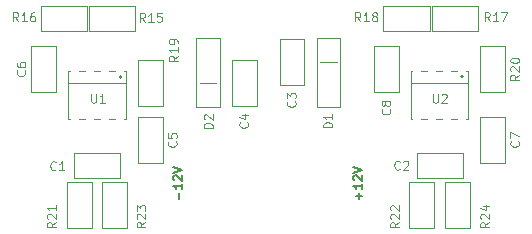
<source format=gto>
G04 #@! TF.GenerationSoftware,KiCad,Pcbnew,(5.1.8)-1*
G04 #@! TF.CreationDate,2021-08-08T18:19:28-04:00*
G04 #@! TF.ProjectId,nearless_back_pcb,6e656172-6c65-4737-935f-6261636b5f70,rev?*
G04 #@! TF.SameCoordinates,Original*
G04 #@! TF.FileFunction,Legend,Top*
G04 #@! TF.FilePolarity,Positive*
%FSLAX46Y46*%
G04 Gerber Fmt 4.6, Leading zero omitted, Abs format (unit mm)*
G04 Created by KiCad (PCBNEW (5.1.8)-1) date 2021-08-08 18:19:28*
%MOMM*%
%LPD*%
G01*
G04 APERTURE LIST*
%ADD10C,0.150000*%
%ADD11C,0.100000*%
%ADD12R,1.500000X1.300000*%
%ADD13R,1.300000X1.500000*%
%ADD14C,1.727200*%
%ADD15R,0.650000X2.000000*%
%ADD16R,1.400000X1.400000*%
G04 APERTURE END LIST*
D10*
X138984853Y-47470000D02*
G75*
G03*
X138984853Y-47470000I-84853J0D01*
G01*
X110084853Y-47470000D02*
G75*
G03*
X110084853Y-47470000I-84853J0D01*
G01*
D11*
X137450000Y-56350000D02*
X139550000Y-56350000D01*
X137450000Y-60250000D02*
X137450000Y-56350000D01*
X139550000Y-60250000D02*
X137450000Y-60250000D01*
X139550000Y-56350000D02*
X139550000Y-60250000D01*
X108450000Y-56350000D02*
X110550000Y-56350000D01*
X108450000Y-60250000D02*
X108450000Y-56350000D01*
X110550000Y-60250000D02*
X108450000Y-60250000D01*
X110550000Y-56350000D02*
X110550000Y-60250000D01*
X134450000Y-56350000D02*
X136550000Y-56350000D01*
X134450000Y-60250000D02*
X134450000Y-56350000D01*
X136550000Y-60250000D02*
X134450000Y-60250000D01*
X136550000Y-56350000D02*
X136550000Y-60250000D01*
X105450000Y-56350000D02*
X107550000Y-56350000D01*
X105450000Y-60250000D02*
X105450000Y-56350000D01*
X107550000Y-60250000D02*
X105450000Y-60250000D01*
X107550000Y-56350000D02*
X107550000Y-60250000D01*
X140450000Y-44850000D02*
X142550000Y-44850000D01*
X140450000Y-48750000D02*
X140450000Y-44850000D01*
X142550000Y-48750000D02*
X140450000Y-48750000D01*
X142550000Y-44850000D02*
X142550000Y-48750000D01*
X111450000Y-46050000D02*
X113550000Y-46050000D01*
X111450000Y-49950000D02*
X111450000Y-46050000D01*
X113550000Y-49950000D02*
X111450000Y-49950000D01*
X113550000Y-46050000D02*
X113550000Y-49950000D01*
X136150000Y-41450000D02*
X136150000Y-43550000D01*
X132250000Y-41450000D02*
X136150000Y-41450000D01*
X132250000Y-43550000D02*
X132250000Y-41450000D01*
X136150000Y-43550000D02*
X132250000Y-43550000D01*
X136350000Y-43550000D02*
X136350000Y-41450000D01*
X140250000Y-43550000D02*
X136350000Y-43550000D01*
X140250000Y-41450000D02*
X140250000Y-43550000D01*
X136350000Y-41450000D02*
X140250000Y-41450000D01*
X107150000Y-41450000D02*
X107150000Y-43550000D01*
X103250000Y-41450000D02*
X107150000Y-41450000D01*
X103250000Y-43550000D02*
X103250000Y-41450000D01*
X107150000Y-43550000D02*
X103250000Y-43550000D01*
X107350000Y-43550000D02*
X107350000Y-41450000D01*
X111250000Y-43550000D02*
X107350000Y-43550000D01*
X111250000Y-41450000D02*
X111250000Y-43550000D01*
X107350000Y-41450000D02*
X111250000Y-41450000D01*
X133550000Y-48750000D02*
X131450000Y-48750000D01*
X133550000Y-44850000D02*
X133550000Y-48750000D01*
X131450000Y-44850000D02*
X133550000Y-44850000D01*
X131450000Y-48750000D02*
X131450000Y-44850000D01*
X140450000Y-50850000D02*
X142550000Y-50850000D01*
X140450000Y-54750000D02*
X140450000Y-50850000D01*
X142550000Y-54750000D02*
X140450000Y-54750000D01*
X142550000Y-50850000D02*
X142550000Y-54750000D01*
X104550000Y-48750000D02*
X102450000Y-48750000D01*
X104550000Y-44850000D02*
X104550000Y-48750000D01*
X102450000Y-44850000D02*
X104550000Y-44850000D01*
X102450000Y-48750000D02*
X102450000Y-44850000D01*
X111450000Y-50850000D02*
X113550000Y-50850000D01*
X111450000Y-54750000D02*
X111450000Y-50850000D01*
X113550000Y-54750000D02*
X111450000Y-54750000D01*
X113550000Y-50850000D02*
X113550000Y-54750000D01*
X135050000Y-56050000D02*
X135050000Y-53950000D01*
X138950000Y-56050000D02*
X135050000Y-56050000D01*
X138950000Y-53950000D02*
X138950000Y-56050000D01*
X135050000Y-53950000D02*
X138950000Y-53950000D01*
X106050000Y-56050000D02*
X106050000Y-53950000D01*
X109950000Y-56050000D02*
X106050000Y-56050000D01*
X109950000Y-53950000D02*
X109950000Y-56050000D01*
X106050000Y-53950000D02*
X109950000Y-53950000D01*
X139450000Y-47000000D02*
X139450000Y-51000000D01*
X134550000Y-47000000D02*
X139450000Y-47000000D01*
X134550000Y-51000000D02*
X134550000Y-47000000D01*
X139450000Y-51000000D02*
X134550000Y-51000000D01*
X134550000Y-48000000D02*
X139450000Y-48000000D01*
X110450000Y-47000000D02*
X110450000Y-51000000D01*
X105550000Y-47000000D02*
X110450000Y-47000000D01*
X105550000Y-51000000D02*
X105550000Y-47000000D01*
X110450000Y-51000000D02*
X105550000Y-51000000D01*
X105550000Y-48000000D02*
X110450000Y-48000000D01*
X118400000Y-49990000D02*
X116400000Y-49990000D01*
X118400000Y-44190000D02*
X118400000Y-49990000D01*
X116400000Y-44190000D02*
X118400000Y-44190000D01*
X116400000Y-49990000D02*
X116400000Y-44190000D01*
X116700000Y-47990000D02*
X118100000Y-47990000D01*
X126600000Y-44190000D02*
X128600000Y-44190000D01*
X126600000Y-49990000D02*
X126600000Y-44190000D01*
X128600000Y-49990000D02*
X126600000Y-49990000D01*
X128600000Y-44190000D02*
X128600000Y-49990000D01*
X128300000Y-46190000D02*
X126900000Y-46190000D01*
X121550000Y-49940000D02*
X119450000Y-49940000D01*
X121550000Y-46040000D02*
X121550000Y-49940000D01*
X119450000Y-46040000D02*
X121550000Y-46040000D01*
X119450000Y-49940000D02*
X119450000Y-46040000D01*
X123450000Y-44240000D02*
X125550000Y-44240000D01*
X123450000Y-48140000D02*
X123450000Y-44240000D01*
X125550000Y-48140000D02*
X123450000Y-48140000D01*
X125550000Y-44240000D02*
X125550000Y-48140000D01*
D10*
D11*
X141189285Y-59782142D02*
X140832142Y-60032142D01*
X141189285Y-60210714D02*
X140439285Y-60210714D01*
X140439285Y-59925000D01*
X140475000Y-59853571D01*
X140510714Y-59817857D01*
X140582142Y-59782142D01*
X140689285Y-59782142D01*
X140760714Y-59817857D01*
X140796428Y-59853571D01*
X140832142Y-59925000D01*
X140832142Y-60210714D01*
X140510714Y-59496428D02*
X140475000Y-59460714D01*
X140439285Y-59389285D01*
X140439285Y-59210714D01*
X140475000Y-59139285D01*
X140510714Y-59103571D01*
X140582142Y-59067857D01*
X140653571Y-59067857D01*
X140760714Y-59103571D01*
X141189285Y-59532142D01*
X141189285Y-59067857D01*
X140689285Y-58425000D02*
X141189285Y-58425000D01*
X140403571Y-58603571D02*
X140939285Y-58782142D01*
X140939285Y-58317857D01*
X112099285Y-59782142D02*
X111742142Y-60032142D01*
X112099285Y-60210714D02*
X111349285Y-60210714D01*
X111349285Y-59925000D01*
X111385000Y-59853571D01*
X111420714Y-59817857D01*
X111492142Y-59782142D01*
X111599285Y-59782142D01*
X111670714Y-59817857D01*
X111706428Y-59853571D01*
X111742142Y-59925000D01*
X111742142Y-60210714D01*
X111420714Y-59496428D02*
X111385000Y-59460714D01*
X111349285Y-59389285D01*
X111349285Y-59210714D01*
X111385000Y-59139285D01*
X111420714Y-59103571D01*
X111492142Y-59067857D01*
X111563571Y-59067857D01*
X111670714Y-59103571D01*
X112099285Y-59532142D01*
X112099285Y-59067857D01*
X111349285Y-58817857D02*
X111349285Y-58353571D01*
X111635000Y-58603571D01*
X111635000Y-58496428D01*
X111670714Y-58425000D01*
X111706428Y-58389285D01*
X111777857Y-58353571D01*
X111956428Y-58353571D01*
X112027857Y-58389285D01*
X112063571Y-58425000D01*
X112099285Y-58496428D01*
X112099285Y-58710714D01*
X112063571Y-58782142D01*
X112027857Y-58817857D01*
X133569285Y-59782142D02*
X133212142Y-60032142D01*
X133569285Y-60210714D02*
X132819285Y-60210714D01*
X132819285Y-59925000D01*
X132855000Y-59853571D01*
X132890714Y-59817857D01*
X132962142Y-59782142D01*
X133069285Y-59782142D01*
X133140714Y-59817857D01*
X133176428Y-59853571D01*
X133212142Y-59925000D01*
X133212142Y-60210714D01*
X132890714Y-59496428D02*
X132855000Y-59460714D01*
X132819285Y-59389285D01*
X132819285Y-59210714D01*
X132855000Y-59139285D01*
X132890714Y-59103571D01*
X132962142Y-59067857D01*
X133033571Y-59067857D01*
X133140714Y-59103571D01*
X133569285Y-59532142D01*
X133569285Y-59067857D01*
X132890714Y-58782142D02*
X132855000Y-58746428D01*
X132819285Y-58675000D01*
X132819285Y-58496428D01*
X132855000Y-58425000D01*
X132890714Y-58389285D01*
X132962142Y-58353571D01*
X133033571Y-58353571D01*
X133140714Y-58389285D01*
X133569285Y-58817857D01*
X133569285Y-58353571D01*
X104509285Y-59782142D02*
X104152142Y-60032142D01*
X104509285Y-60210714D02*
X103759285Y-60210714D01*
X103759285Y-59925000D01*
X103795000Y-59853571D01*
X103830714Y-59817857D01*
X103902142Y-59782142D01*
X104009285Y-59782142D01*
X104080714Y-59817857D01*
X104116428Y-59853571D01*
X104152142Y-59925000D01*
X104152142Y-60210714D01*
X103830714Y-59496428D02*
X103795000Y-59460714D01*
X103759285Y-59389285D01*
X103759285Y-59210714D01*
X103795000Y-59139285D01*
X103830714Y-59103571D01*
X103902142Y-59067857D01*
X103973571Y-59067857D01*
X104080714Y-59103571D01*
X104509285Y-59532142D01*
X104509285Y-59067857D01*
X104509285Y-58353571D02*
X104509285Y-58782142D01*
X104509285Y-58567857D02*
X103759285Y-58567857D01*
X103866428Y-58639285D01*
X103937857Y-58710714D01*
X103973571Y-58782142D01*
X143744285Y-47282142D02*
X143387142Y-47532142D01*
X143744285Y-47710714D02*
X142994285Y-47710714D01*
X142994285Y-47425000D01*
X143030000Y-47353571D01*
X143065714Y-47317857D01*
X143137142Y-47282142D01*
X143244285Y-47282142D01*
X143315714Y-47317857D01*
X143351428Y-47353571D01*
X143387142Y-47425000D01*
X143387142Y-47710714D01*
X143065714Y-46996428D02*
X143030000Y-46960714D01*
X142994285Y-46889285D01*
X142994285Y-46710714D01*
X143030000Y-46639285D01*
X143065714Y-46603571D01*
X143137142Y-46567857D01*
X143208571Y-46567857D01*
X143315714Y-46603571D01*
X143744285Y-47032142D01*
X143744285Y-46567857D01*
X142994285Y-46103571D02*
X142994285Y-46032142D01*
X143030000Y-45960714D01*
X143065714Y-45925000D01*
X143137142Y-45889285D01*
X143280000Y-45853571D01*
X143458571Y-45853571D01*
X143601428Y-45889285D01*
X143672857Y-45925000D01*
X143708571Y-45960714D01*
X143744285Y-46032142D01*
X143744285Y-46103571D01*
X143708571Y-46175000D01*
X143672857Y-46210714D01*
X143601428Y-46246428D01*
X143458571Y-46282142D01*
X143280000Y-46282142D01*
X143137142Y-46246428D01*
X143065714Y-46210714D01*
X143030000Y-46175000D01*
X142994285Y-46103571D01*
X114839285Y-45682142D02*
X114482142Y-45932142D01*
X114839285Y-46110714D02*
X114089285Y-46110714D01*
X114089285Y-45825000D01*
X114125000Y-45753571D01*
X114160714Y-45717857D01*
X114232142Y-45682142D01*
X114339285Y-45682142D01*
X114410714Y-45717857D01*
X114446428Y-45753571D01*
X114482142Y-45825000D01*
X114482142Y-46110714D01*
X114839285Y-44967857D02*
X114839285Y-45396428D01*
X114839285Y-45182142D02*
X114089285Y-45182142D01*
X114196428Y-45253571D01*
X114267857Y-45325000D01*
X114303571Y-45396428D01*
X114839285Y-44610714D02*
X114839285Y-44467857D01*
X114803571Y-44396428D01*
X114767857Y-44360714D01*
X114660714Y-44289285D01*
X114517857Y-44253571D01*
X114232142Y-44253571D01*
X114160714Y-44289285D01*
X114125000Y-44325000D01*
X114089285Y-44396428D01*
X114089285Y-44539285D01*
X114125000Y-44610714D01*
X114160714Y-44646428D01*
X114232142Y-44682142D01*
X114410714Y-44682142D01*
X114482142Y-44646428D01*
X114517857Y-44610714D01*
X114553571Y-44539285D01*
X114553571Y-44396428D01*
X114517857Y-44325000D01*
X114482142Y-44289285D01*
X114410714Y-44253571D01*
X130297857Y-42769285D02*
X130047857Y-42412142D01*
X129869285Y-42769285D02*
X129869285Y-42019285D01*
X130155000Y-42019285D01*
X130226428Y-42055000D01*
X130262142Y-42090714D01*
X130297857Y-42162142D01*
X130297857Y-42269285D01*
X130262142Y-42340714D01*
X130226428Y-42376428D01*
X130155000Y-42412142D01*
X129869285Y-42412142D01*
X131012142Y-42769285D02*
X130583571Y-42769285D01*
X130797857Y-42769285D02*
X130797857Y-42019285D01*
X130726428Y-42126428D01*
X130655000Y-42197857D01*
X130583571Y-42233571D01*
X131440714Y-42340714D02*
X131369285Y-42305000D01*
X131333571Y-42269285D01*
X131297857Y-42197857D01*
X131297857Y-42162142D01*
X131333571Y-42090714D01*
X131369285Y-42055000D01*
X131440714Y-42019285D01*
X131583571Y-42019285D01*
X131655000Y-42055000D01*
X131690714Y-42090714D01*
X131726428Y-42162142D01*
X131726428Y-42197857D01*
X131690714Y-42269285D01*
X131655000Y-42305000D01*
X131583571Y-42340714D01*
X131440714Y-42340714D01*
X131369285Y-42376428D01*
X131333571Y-42412142D01*
X131297857Y-42483571D01*
X131297857Y-42626428D01*
X131333571Y-42697857D01*
X131369285Y-42733571D01*
X131440714Y-42769285D01*
X131583571Y-42769285D01*
X131655000Y-42733571D01*
X131690714Y-42697857D01*
X131726428Y-42626428D01*
X131726428Y-42483571D01*
X131690714Y-42412142D01*
X131655000Y-42376428D01*
X131583571Y-42340714D01*
X141257857Y-42769285D02*
X141007857Y-42412142D01*
X140829285Y-42769285D02*
X140829285Y-42019285D01*
X141115000Y-42019285D01*
X141186428Y-42055000D01*
X141222142Y-42090714D01*
X141257857Y-42162142D01*
X141257857Y-42269285D01*
X141222142Y-42340714D01*
X141186428Y-42376428D01*
X141115000Y-42412142D01*
X140829285Y-42412142D01*
X141972142Y-42769285D02*
X141543571Y-42769285D01*
X141757857Y-42769285D02*
X141757857Y-42019285D01*
X141686428Y-42126428D01*
X141615000Y-42197857D01*
X141543571Y-42233571D01*
X142222142Y-42019285D02*
X142722142Y-42019285D01*
X142400714Y-42769285D01*
X101337857Y-42769285D02*
X101087857Y-42412142D01*
X100909285Y-42769285D02*
X100909285Y-42019285D01*
X101195000Y-42019285D01*
X101266428Y-42055000D01*
X101302142Y-42090714D01*
X101337857Y-42162142D01*
X101337857Y-42269285D01*
X101302142Y-42340714D01*
X101266428Y-42376428D01*
X101195000Y-42412142D01*
X100909285Y-42412142D01*
X102052142Y-42769285D02*
X101623571Y-42769285D01*
X101837857Y-42769285D02*
X101837857Y-42019285D01*
X101766428Y-42126428D01*
X101695000Y-42197857D01*
X101623571Y-42233571D01*
X102695000Y-42019285D02*
X102552142Y-42019285D01*
X102480714Y-42055000D01*
X102445000Y-42090714D01*
X102373571Y-42197857D01*
X102337857Y-42340714D01*
X102337857Y-42626428D01*
X102373571Y-42697857D01*
X102409285Y-42733571D01*
X102480714Y-42769285D01*
X102623571Y-42769285D01*
X102695000Y-42733571D01*
X102730714Y-42697857D01*
X102766428Y-42626428D01*
X102766428Y-42447857D01*
X102730714Y-42376428D01*
X102695000Y-42340714D01*
X102623571Y-42305000D01*
X102480714Y-42305000D01*
X102409285Y-42340714D01*
X102373571Y-42376428D01*
X102337857Y-42447857D01*
X112067857Y-42809285D02*
X111817857Y-42452142D01*
X111639285Y-42809285D02*
X111639285Y-42059285D01*
X111925000Y-42059285D01*
X111996428Y-42095000D01*
X112032142Y-42130714D01*
X112067857Y-42202142D01*
X112067857Y-42309285D01*
X112032142Y-42380714D01*
X111996428Y-42416428D01*
X111925000Y-42452142D01*
X111639285Y-42452142D01*
X112782142Y-42809285D02*
X112353571Y-42809285D01*
X112567857Y-42809285D02*
X112567857Y-42059285D01*
X112496428Y-42166428D01*
X112425000Y-42237857D01*
X112353571Y-42273571D01*
X113460714Y-42059285D02*
X113103571Y-42059285D01*
X113067857Y-42416428D01*
X113103571Y-42380714D01*
X113175000Y-42345000D01*
X113353571Y-42345000D01*
X113425000Y-42380714D01*
X113460714Y-42416428D01*
X113496428Y-42487857D01*
X113496428Y-42666428D01*
X113460714Y-42737857D01*
X113425000Y-42773571D01*
X113353571Y-42809285D01*
X113175000Y-42809285D01*
X113103571Y-42773571D01*
X113067857Y-42737857D01*
X132767857Y-50185000D02*
X132803571Y-50220714D01*
X132839285Y-50327857D01*
X132839285Y-50399285D01*
X132803571Y-50506428D01*
X132732142Y-50577857D01*
X132660714Y-50613571D01*
X132517857Y-50649285D01*
X132410714Y-50649285D01*
X132267857Y-50613571D01*
X132196428Y-50577857D01*
X132125000Y-50506428D01*
X132089285Y-50399285D01*
X132089285Y-50327857D01*
X132125000Y-50220714D01*
X132160714Y-50185000D01*
X132410714Y-49756428D02*
X132375000Y-49827857D01*
X132339285Y-49863571D01*
X132267857Y-49899285D01*
X132232142Y-49899285D01*
X132160714Y-49863571D01*
X132125000Y-49827857D01*
X132089285Y-49756428D01*
X132089285Y-49613571D01*
X132125000Y-49542142D01*
X132160714Y-49506428D01*
X132232142Y-49470714D01*
X132267857Y-49470714D01*
X132339285Y-49506428D01*
X132375000Y-49542142D01*
X132410714Y-49613571D01*
X132410714Y-49756428D01*
X132446428Y-49827857D01*
X132482142Y-49863571D01*
X132553571Y-49899285D01*
X132696428Y-49899285D01*
X132767857Y-49863571D01*
X132803571Y-49827857D01*
X132839285Y-49756428D01*
X132839285Y-49613571D01*
X132803571Y-49542142D01*
X132767857Y-49506428D01*
X132696428Y-49470714D01*
X132553571Y-49470714D01*
X132482142Y-49506428D01*
X132446428Y-49542142D01*
X132410714Y-49613571D01*
X143672857Y-52925000D02*
X143708571Y-52960714D01*
X143744285Y-53067857D01*
X143744285Y-53139285D01*
X143708571Y-53246428D01*
X143637142Y-53317857D01*
X143565714Y-53353571D01*
X143422857Y-53389285D01*
X143315714Y-53389285D01*
X143172857Y-53353571D01*
X143101428Y-53317857D01*
X143030000Y-53246428D01*
X142994285Y-53139285D01*
X142994285Y-53067857D01*
X143030000Y-52960714D01*
X143065714Y-52925000D01*
X142994285Y-52675000D02*
X142994285Y-52175000D01*
X143744285Y-52496428D01*
X101862857Y-46925000D02*
X101898571Y-46960714D01*
X101934285Y-47067857D01*
X101934285Y-47139285D01*
X101898571Y-47246428D01*
X101827142Y-47317857D01*
X101755714Y-47353571D01*
X101612857Y-47389285D01*
X101505714Y-47389285D01*
X101362857Y-47353571D01*
X101291428Y-47317857D01*
X101220000Y-47246428D01*
X101184285Y-47139285D01*
X101184285Y-47067857D01*
X101220000Y-46960714D01*
X101255714Y-46925000D01*
X101184285Y-46282142D02*
X101184285Y-46425000D01*
X101220000Y-46496428D01*
X101255714Y-46532142D01*
X101362857Y-46603571D01*
X101505714Y-46639285D01*
X101791428Y-46639285D01*
X101862857Y-46603571D01*
X101898571Y-46567857D01*
X101934285Y-46496428D01*
X101934285Y-46353571D01*
X101898571Y-46282142D01*
X101862857Y-46246428D01*
X101791428Y-46210714D01*
X101612857Y-46210714D01*
X101541428Y-46246428D01*
X101505714Y-46282142D01*
X101470000Y-46353571D01*
X101470000Y-46496428D01*
X101505714Y-46567857D01*
X101541428Y-46603571D01*
X101612857Y-46639285D01*
X114672857Y-52925000D02*
X114708571Y-52960714D01*
X114744285Y-53067857D01*
X114744285Y-53139285D01*
X114708571Y-53246428D01*
X114637142Y-53317857D01*
X114565714Y-53353571D01*
X114422857Y-53389285D01*
X114315714Y-53389285D01*
X114172857Y-53353571D01*
X114101428Y-53317857D01*
X114030000Y-53246428D01*
X113994285Y-53139285D01*
X113994285Y-53067857D01*
X114030000Y-52960714D01*
X114065714Y-52925000D01*
X113994285Y-52246428D02*
X113994285Y-52603571D01*
X114351428Y-52639285D01*
X114315714Y-52603571D01*
X114280000Y-52532142D01*
X114280000Y-52353571D01*
X114315714Y-52282142D01*
X114351428Y-52246428D01*
X114422857Y-52210714D01*
X114601428Y-52210714D01*
X114672857Y-52246428D01*
X114708571Y-52282142D01*
X114744285Y-52353571D01*
X114744285Y-52532142D01*
X114708571Y-52603571D01*
X114672857Y-52639285D01*
X133645000Y-55247857D02*
X133609285Y-55283571D01*
X133502142Y-55319285D01*
X133430714Y-55319285D01*
X133323571Y-55283571D01*
X133252142Y-55212142D01*
X133216428Y-55140714D01*
X133180714Y-54997857D01*
X133180714Y-54890714D01*
X133216428Y-54747857D01*
X133252142Y-54676428D01*
X133323571Y-54605000D01*
X133430714Y-54569285D01*
X133502142Y-54569285D01*
X133609285Y-54605000D01*
X133645000Y-54640714D01*
X133930714Y-54640714D02*
X133966428Y-54605000D01*
X134037857Y-54569285D01*
X134216428Y-54569285D01*
X134287857Y-54605000D01*
X134323571Y-54640714D01*
X134359285Y-54712142D01*
X134359285Y-54783571D01*
X134323571Y-54890714D01*
X133895000Y-55319285D01*
X134359285Y-55319285D01*
X104515000Y-55307857D02*
X104479285Y-55343571D01*
X104372142Y-55379285D01*
X104300714Y-55379285D01*
X104193571Y-55343571D01*
X104122142Y-55272142D01*
X104086428Y-55200714D01*
X104050714Y-55057857D01*
X104050714Y-54950714D01*
X104086428Y-54807857D01*
X104122142Y-54736428D01*
X104193571Y-54665000D01*
X104300714Y-54629285D01*
X104372142Y-54629285D01*
X104479285Y-54665000D01*
X104515000Y-54700714D01*
X105229285Y-55379285D02*
X104800714Y-55379285D01*
X105015000Y-55379285D02*
X105015000Y-54629285D01*
X104943571Y-54736428D01*
X104872142Y-54807857D01*
X104800714Y-54843571D01*
D10*
X130173571Y-57831428D02*
X130173571Y-57260000D01*
X130459285Y-57545714D02*
X129887857Y-57545714D01*
X130459285Y-56510000D02*
X130459285Y-56938571D01*
X130459285Y-56724285D02*
X129709285Y-56724285D01*
X129816428Y-56795714D01*
X129887857Y-56867142D01*
X129923571Y-56938571D01*
X129780714Y-56224285D02*
X129745000Y-56188571D01*
X129709285Y-56117142D01*
X129709285Y-55938571D01*
X129745000Y-55867142D01*
X129780714Y-55831428D01*
X129852142Y-55795714D01*
X129923571Y-55795714D01*
X130030714Y-55831428D01*
X130459285Y-56260000D01*
X130459285Y-55795714D01*
X129709285Y-55581428D02*
X130459285Y-55331428D01*
X129709285Y-55081428D01*
X114933571Y-57831428D02*
X114933571Y-57260000D01*
X115219285Y-56510000D02*
X115219285Y-56938571D01*
X115219285Y-56724285D02*
X114469285Y-56724285D01*
X114576428Y-56795714D01*
X114647857Y-56867142D01*
X114683571Y-56938571D01*
X114540714Y-56224285D02*
X114505000Y-56188571D01*
X114469285Y-56117142D01*
X114469285Y-55938571D01*
X114505000Y-55867142D01*
X114540714Y-55831428D01*
X114612142Y-55795714D01*
X114683571Y-55795714D01*
X114790714Y-55831428D01*
X115219285Y-56260000D01*
X115219285Y-55795714D01*
X114469285Y-55581428D02*
X115219285Y-55331428D01*
X114469285Y-55081428D01*
D11*
X136438571Y-48899285D02*
X136438571Y-49506428D01*
X136474285Y-49577857D01*
X136510000Y-49613571D01*
X136581428Y-49649285D01*
X136724285Y-49649285D01*
X136795714Y-49613571D01*
X136831428Y-49577857D01*
X136867142Y-49506428D01*
X136867142Y-48899285D01*
X137188571Y-48970714D02*
X137224285Y-48935000D01*
X137295714Y-48899285D01*
X137474285Y-48899285D01*
X137545714Y-48935000D01*
X137581428Y-48970714D01*
X137617142Y-49042142D01*
X137617142Y-49113571D01*
X137581428Y-49220714D01*
X137152857Y-49649285D01*
X137617142Y-49649285D01*
X107498571Y-48899285D02*
X107498571Y-49506428D01*
X107534285Y-49577857D01*
X107570000Y-49613571D01*
X107641428Y-49649285D01*
X107784285Y-49649285D01*
X107855714Y-49613571D01*
X107891428Y-49577857D01*
X107927142Y-49506428D01*
X107927142Y-48899285D01*
X108677142Y-49649285D02*
X108248571Y-49649285D01*
X108462857Y-49649285D02*
X108462857Y-48899285D01*
X108391428Y-49006428D01*
X108320000Y-49077857D01*
X108248571Y-49113571D01*
X117779285Y-51783571D02*
X117029285Y-51783571D01*
X117029285Y-51605000D01*
X117065000Y-51497857D01*
X117136428Y-51426428D01*
X117207857Y-51390714D01*
X117350714Y-51355000D01*
X117457857Y-51355000D01*
X117600714Y-51390714D01*
X117672142Y-51426428D01*
X117743571Y-51497857D01*
X117779285Y-51605000D01*
X117779285Y-51783571D01*
X117100714Y-51069285D02*
X117065000Y-51033571D01*
X117029285Y-50962142D01*
X117029285Y-50783571D01*
X117065000Y-50712142D01*
X117100714Y-50676428D01*
X117172142Y-50640714D01*
X117243571Y-50640714D01*
X117350714Y-50676428D01*
X117779285Y-51105000D01*
X117779285Y-50640714D01*
X127909285Y-51753571D02*
X127159285Y-51753571D01*
X127159285Y-51575000D01*
X127195000Y-51467857D01*
X127266428Y-51396428D01*
X127337857Y-51360714D01*
X127480714Y-51325000D01*
X127587857Y-51325000D01*
X127730714Y-51360714D01*
X127802142Y-51396428D01*
X127873571Y-51467857D01*
X127909285Y-51575000D01*
X127909285Y-51753571D01*
X127909285Y-50610714D02*
X127909285Y-51039285D01*
X127909285Y-50825000D02*
X127159285Y-50825000D01*
X127266428Y-50896428D01*
X127337857Y-50967857D01*
X127373571Y-51039285D01*
X120727857Y-51325000D02*
X120763571Y-51360714D01*
X120799285Y-51467857D01*
X120799285Y-51539285D01*
X120763571Y-51646428D01*
X120692142Y-51717857D01*
X120620714Y-51753571D01*
X120477857Y-51789285D01*
X120370714Y-51789285D01*
X120227857Y-51753571D01*
X120156428Y-51717857D01*
X120085000Y-51646428D01*
X120049285Y-51539285D01*
X120049285Y-51467857D01*
X120085000Y-51360714D01*
X120120714Y-51325000D01*
X120299285Y-50682142D02*
X120799285Y-50682142D01*
X120013571Y-50860714D02*
X120549285Y-51039285D01*
X120549285Y-50575000D01*
X124757857Y-49545000D02*
X124793571Y-49580714D01*
X124829285Y-49687857D01*
X124829285Y-49759285D01*
X124793571Y-49866428D01*
X124722142Y-49937857D01*
X124650714Y-49973571D01*
X124507857Y-50009285D01*
X124400714Y-50009285D01*
X124257857Y-49973571D01*
X124186428Y-49937857D01*
X124115000Y-49866428D01*
X124079285Y-49759285D01*
X124079285Y-49687857D01*
X124115000Y-49580714D01*
X124150714Y-49545000D01*
X124079285Y-49295000D02*
X124079285Y-48830714D01*
X124365000Y-49080714D01*
X124365000Y-48973571D01*
X124400714Y-48902142D01*
X124436428Y-48866428D01*
X124507857Y-48830714D01*
X124686428Y-48830714D01*
X124757857Y-48866428D01*
X124793571Y-48902142D01*
X124829285Y-48973571D01*
X124829285Y-49187857D01*
X124793571Y-49259285D01*
X124757857Y-49295000D01*
%LPC*%
D12*
X138500000Y-59300000D03*
X138500000Y-57300000D03*
X109500000Y-59300000D03*
X109500000Y-57300000D03*
X135500000Y-59300000D03*
X135500000Y-57300000D03*
X106500000Y-59300000D03*
X106500000Y-57300000D03*
X141500000Y-47800000D03*
X141500000Y-45800000D03*
X112500000Y-49000000D03*
X112500000Y-47000000D03*
D13*
X133200000Y-42500000D03*
X135200000Y-42500000D03*
X139300000Y-42500000D03*
X137300000Y-42500000D03*
X104200000Y-42500000D03*
X106200000Y-42500000D03*
X110300000Y-42500000D03*
X108300000Y-42500000D03*
D12*
X132500000Y-45800000D03*
X132500000Y-47800000D03*
X141500000Y-53800000D03*
X141500000Y-51800000D03*
X103500000Y-45800000D03*
X103500000Y-47800000D03*
X112500000Y-53800000D03*
X112500000Y-51800000D03*
D13*
X138000000Y-55000000D03*
X136000000Y-55000000D03*
X109000000Y-55000000D03*
X107000000Y-55000000D03*
D14*
X117420000Y-57780000D03*
X117420000Y-55240000D03*
X119960000Y-57780000D03*
X119960000Y-55240000D03*
X122500000Y-57780000D03*
X122500000Y-55240000D03*
X125040000Y-57780000D03*
X125040000Y-55240000D03*
X127580000Y-57780000D03*
X127580000Y-55240000D03*
X99500000Y-59000000D03*
X99500000Y-56460000D03*
X99500000Y-53920000D03*
X145500000Y-53920000D03*
X145500000Y-56460000D03*
X145500000Y-59000000D03*
D15*
X138905000Y-52000000D03*
X137635000Y-52000000D03*
X136365000Y-52000000D03*
X135095000Y-52000000D03*
X135095000Y-46000000D03*
X136365000Y-46000000D03*
X137635000Y-46000000D03*
X138905000Y-46000000D03*
X109905000Y-52000000D03*
X108635000Y-52000000D03*
X107365000Y-52000000D03*
X106095000Y-52000000D03*
X106095000Y-46000000D03*
X107365000Y-46000000D03*
X108635000Y-46000000D03*
X109905000Y-46000000D03*
D14*
X145500000Y-47580000D03*
X145500000Y-45040000D03*
X145500000Y-42500000D03*
X99500000Y-47540000D03*
X99500000Y-45000000D03*
X99500000Y-42460000D03*
D16*
X117400000Y-45190000D03*
X117400000Y-48990000D03*
X127600000Y-48990000D03*
X127600000Y-45190000D03*
D12*
X120500000Y-46990000D03*
X120500000Y-48990000D03*
X124500000Y-47190000D03*
X124500000Y-45190000D03*
M02*

</source>
